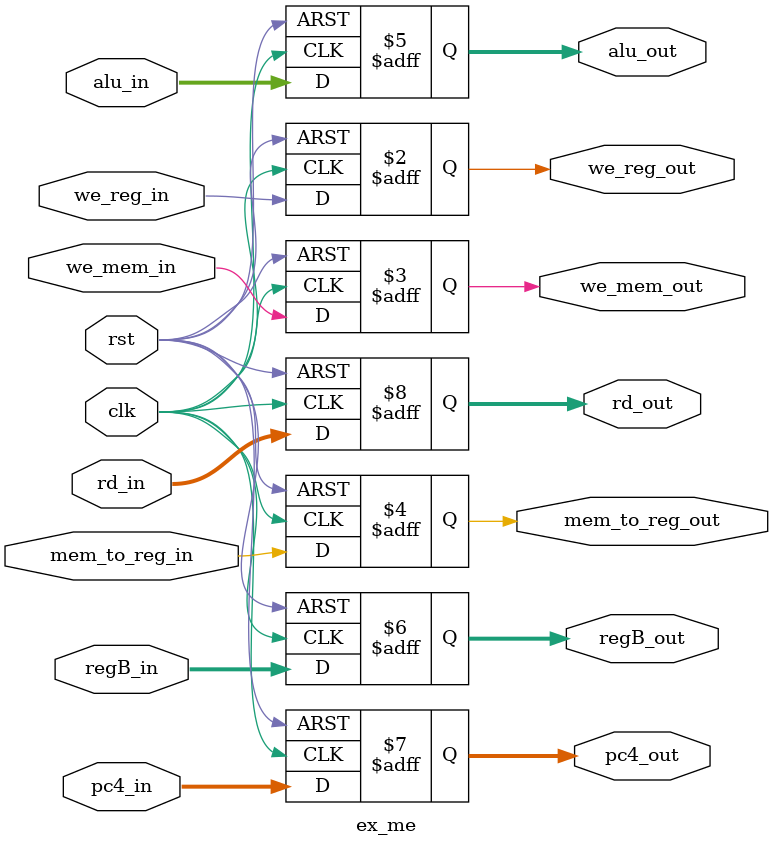
<source format=v>
`timescale 1ns / 1ps


module ex_me (
    input clk, rst,
    input we_reg_in, we_mem_in, mem_to_reg_in,
    output reg we_reg_out, we_mem_out, mem_to_reg_out,
    input [31:0] alu_in, regB_in, pc4_in,
    input [4:0] rd_in,
    output reg [31:0] alu_out, regB_out, pc4_out,
    output reg [4:0] rd_out
);

    always @(posedge clk or posedge rst) begin
        if (rst) begin
            we_reg_out <= 0; we_mem_out <= 0; mem_to_reg_out <= 0;
            alu_out <= 0; regB_out <= 0; pc4_out <= 0; rd_out <= 0;
        end else begin
            we_reg_out <= we_reg_in; we_mem_out <= we_mem_in; mem_to_reg_out <= mem_to_reg_in;
            alu_out <= alu_in; regB_out <= regB_in; pc4_out <= pc4_in; rd_out <= rd_in;
        end
    end
endmodule
</source>
